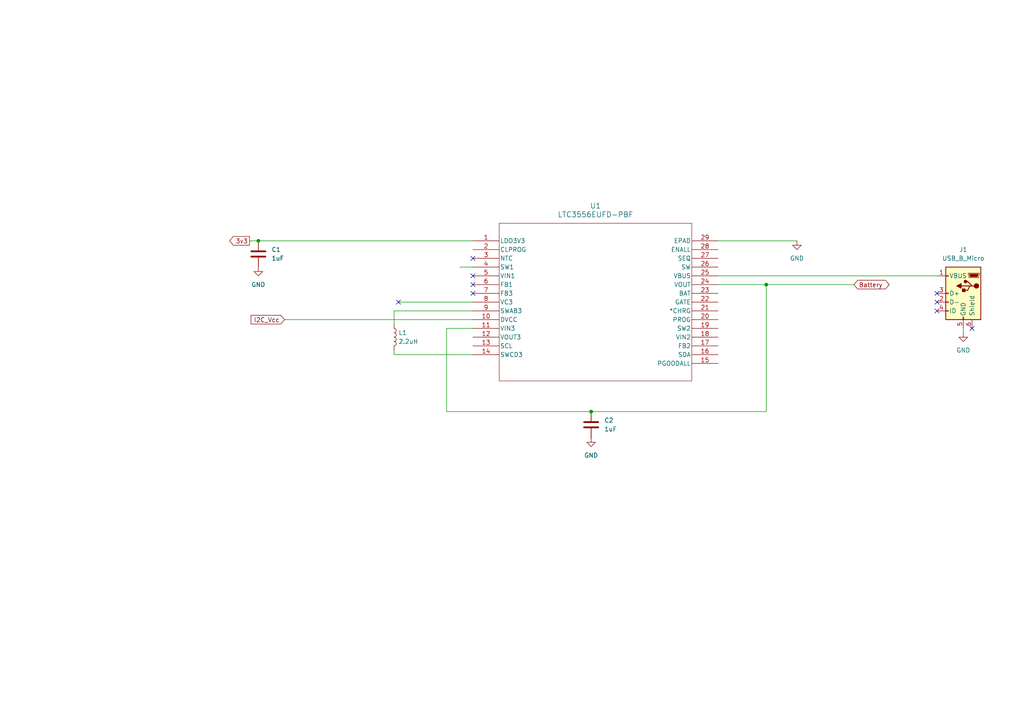
<source format=kicad_sch>
(kicad_sch (version 20231120) (generator "eeschema") (generator_version "8.0")
  (paper "A4")
  (lib_symbols
    (symbol "Connector:USB_B_Micro" (pin_names (offset 1.016))
      (property "Reference" "J" (at -5.08 11.43 0))
      (property "Value" "USB_B_Micro" (at -5.08 8.89 0))
      (symbol "USB_B_Micro_0_1"
        (rectangle (start -5.08 -7.62) (end 5.08 7.62) (stroke (width 0.254)) (fill (type background)))
        (circle (center -3.81 2.159) (radius 0.635) (stroke (width 0.254)) (fill (type outline)))
        (circle (center -0.635 3.429) (radius 0.381) (stroke (width 0.254)) (fill (type outline)))
        (rectangle (start -0.127 -7.62) (end 0.127 -6.858))
        (polyline (pts (xy -1.905 2.159) (xy 0.635 2.159)) (stroke (width 0.254)))
        (polyline (pts (xy -3.175 2.159) (xy -2.54 2.159) (xy -1.27 3.429) (xy -0.635 3.429)) (stroke (width 0.254)))
        (polyline (pts (xy -2.54 2.159) (xy -1.905 2.159) (xy -1.27 0.889) (xy 0 0.889)) (stroke (width 0.254)))
        (polyline (pts (xy 0.635 2.794) (xy 0.635 1.524) (xy 1.905 2.159) (xy 0.635 2.794)) (stroke (width 0.254)) (fill (type outline)))
        (polyline (pts (xy -4.318 5.588) (xy -1.778 5.588) (xy -2.032 4.826) (xy -4.064 4.826) (xy -4.318 5.588)) (fill (type outline)))
        (polyline (pts (xy -4.699 5.842) (xy -4.699 5.588) (xy -4.445 4.826) (xy -4.445 4.572) (xy -1.651 4.572) (xy -1.651 4.826) (xy -1.397 5.588) (xy -1.397 5.842) (xy -4.699 5.842)))
        (rectangle (start 0.254 1.27) (end -0.508 0.508) (stroke (width 0.254)) (fill (type outline)))
        (rectangle (start 5.08 -5.207) (end 4.318 -4.953))
        (rectangle (start 5.08 -2.667) (end 4.318 -2.413))
        (rectangle (start 5.08 -0.127) (end 4.318 0.127))
        (rectangle (start 5.08 4.953) (end 4.318 5.207))
      )
      (symbol "USB_B_Micro_1_1"
        (pin power_out line (at 7.62 5.08 180) (length 2.54) (name "VBUS") (number "1"))
        (pin bidirectional line (at 7.62 -2.54 180) (length 2.54) (name "D-") (number "2"))
        (pin bidirectional line (at 7.62 0 180) (length 2.54) (name "D+") (number "3"))
        (pin passive line (at 7.62 -5.08 180) (length 2.54) (name "ID") (number "4"))
        (pin power_out line (at 0 -10.16 90) (length 2.54) (name "GND") (number "5"))
        (pin passive line (at -2.54 -10.16 90) (length 2.54) (name "Shield") (number "6"))
      )
    )
    (symbol "Device:C" (pin_numbers hide) (pin_names (offset 0.254))
      (property "Reference" "C" (at 0.635 2.54 0))
      (property "Value" "C" (at 0.635 -2.54 0))
      (symbol "C_0_1"
        (polyline (pts (xy -2.032 -0.762) (xy 2.032 -0.762)) (stroke (width 0.508)))
        (polyline (pts (xy -2.032 0.762) (xy 2.032 0.762)) (stroke (width 0.508)))
      )
      (symbol "C_1_1"
        (pin passive line (at 0 3.81 270) (length 2.794) (name "~") (number "1"))
        (pin passive line (at 0 -3.81 90) (length 2.794) (name "~") (number "2"))
      )
    )
    (symbol "Device:L" (pin_numbers hide) (pin_names (offset 1.016) hide)
      (property "Reference" "L" (at -1.27 0 90))
      (property "Value" "L" (at 1.905 0 90))
      (symbol "L_0_1"
        (arc (start 0 -2.54) (mid 0.6323 -1.905) (end 0 -1.27))
        (arc (start 0 -1.27) (mid 0.6323 -0.635) (end 0 0))
        (arc (start 0 0) (mid 0.6323 0.635) (end 0 1.27))
        (arc (start 0 1.27) (mid 0.6323 1.905) (end 0 2.54))
      )
      (symbol "L_1_1"
        (pin passive line (at 0 3.81 270) (length 1.27) (name "1") (number "1"))
        (pin passive line (at 0 -3.81 90) (length 1.27) (name "2") (number "2"))
      )
    )
    (symbol "LTC3556:LTC3556EUFD-PBF" (pin_names (offset 0.254))
      (property "Reference" "U" (at 35.56 10.16 0))
      (property "Value" "LTC3556EUFD-PBF" (at 35.56 7.62 0))
      (symbol "LTC3556EUFD-PBF_0_1"
        (polyline (pts (xy 7.62 -40.64) (xy 63.5 -40.64)) (stroke (width 0.127)))
        (polyline (pts (xy 7.62 5.08) (xy 7.62 -40.64)) (stroke (width 0.127)))
        (polyline (pts (xy 63.5 -40.64) (xy 63.5 5.08)) (stroke (width 0.127)))
        (polyline (pts (xy 63.5 5.08) (xy 7.62 5.08)) (stroke (width 0.127)))
        (pin output line (at 0 0 0) (length 7.62) (name "LDO3V3") (number "1"))
        (pin power_in line (at 0 -22.86 0) (length 7.62) (name "DVCC") (number "10"))
        (pin input line (at 0 -25.4 0) (length 7.62) (name "VIN3") (number "11"))
        (pin output line (at 0 -27.94 0) (length 7.62) (name "VOUT3") (number "12"))
        (pin input line (at 0 -30.48 0) (length 7.62) (name "SCL") (number "13"))
        (pin unspecified line (at 0 -33.02 0) (length 7.62) (name "SWCD3") (number "14"))
        (pin output line (at 71.12 -35.56 180) (length 7.62) (name "PGOODALL") (number "15"))
        (pin input line (at 71.12 -33.02 180) (length 7.62) (name "SDA") (number "16"))
        (pin input line (at 71.12 -30.48 180) (length 7.62) (name "FB2") (number "17"))
        (pin input line (at 71.12 -27.94 180) (length 7.62) (name "VIN2") (number "18"))
        (pin unspecified line (at 71.12 -25.4 180) (length 7.62) (name "SW2") (number "19"))
        (pin unspecified line (at 0 -2.54 0) (length 7.62) (name "CLPROG") (number "2"))
        (pin unspecified line (at 71.12 -22.86 180) (length 7.62) (name "PROG") (number "20"))
        (pin output line (at 71.12 -20.32 180) (length 7.62) (name "*CHRG") (number "21"))
        (pin output line (at 71.12 -17.78 180) (length 7.62) (name "GATE") (number "22"))
        (pin unspecified line (at 71.12 -15.24 180) (length 7.62) (name "BAT") (number "23"))
        (pin output line (at 71.12 -12.7 180) (length 7.62) (name "VOUT") (number "24"))
        (pin input line (at 71.12 -10.16 180) (length 7.62) (name "VBUS") (number "25"))
        (pin unspecified line (at 71.12 -7.62 180) (length 7.62) (name "SW") (number "26"))
        (pin input line (at 71.12 -5.08 180) (length 7.62) (name "SEQ") (number "27"))
        (pin input line (at 71.12 -2.54 180) (length 7.62) (name "ENALL") (number "28"))
        (pin unspecified line (at 71.12 0 180) (length 7.62) (name "EPAD") (number "29"))
        (pin input line (at 0 -5.08 0) (length 7.62) (name "NTC") (number "3"))
        (pin unspecified line (at 0 -7.62 0) (length 7.62) (name "SW1") (number "4"))
        (pin input line (at 0 -10.16 0) (length 7.62) (name "VIN1") (number "5"))
        (pin input line (at 0 -12.7 0) (length 7.62) (name "FB1") (number "6"))
        (pin input line (at 0 -15.24 0) (length 7.62) (name "FB3") (number "7"))
        (pin output line (at 0 -17.78 0) (length 7.62) (name "VC3") (number "8"))
        (pin unspecified line (at 0 -20.32 0) (length 7.62) (name "SWAB3") (number "9"))
      )
    )
    (symbol "power:GND" (power) (pin_numbers hide) (pin_names (offset 0) hide)
      (property "Value" "GND" (at 0 -3.81 0))
      (symbol "GND_0_1"
        (polyline (pts (xy 0 0) (xy 0 -1.27) (xy 1.27 -1.27) (xy 0 -2.54) (xy -1.27 -1.27) (xy 0 -1.27)))
      )
      (symbol "GND_1_1"
        (pin power_in line (at 0 0 270) (length 0) (name "~") (number "1"))
      )
    )
  )
  (junction (at 222.25 82.55))
  (junction (at 171.45 119.38))
  (junction (at 74.93 69.85))
  (no_connect (at 271.78 87.63))
  (no_connect (at 271.78 85.09))
  (no_connect (at 137.16 85.09))
  (no_connect (at 115.57 87.63))
  (no_connect (at 271.78 90.17))
  (no_connect (at 137.16 82.55))
  (no_connect (at 137.16 80.01))
  (no_connect (at 281.94 95.25))
  (no_connect (at 137.16 74.93))
  (wire (pts (xy 222.25 82.55) (xy 247.65 82.55)))
  (wire (pts (xy 82.55 92.71) (xy 137.16 92.71)))
  (wire (pts (xy 208.28 82.55) (xy 222.25 82.55)))
  (wire (pts (xy 74.93 69.85) (xy 137.16 69.85)))
  (wire (pts (xy 114.3 102.87) (xy 137.16 102.87)))
  (wire (pts (xy 222.25 82.55) (xy 222.25 119.38)))
  (wire (pts (xy 72.39 69.85) (xy 74.93 69.85)))
  (wire (pts (xy 129.54 119.38) (xy 171.45 119.38)))
  (wire (pts (xy 137.16 90.17) (xy 114.3 90.17)))
  (wire (pts (xy 279.4 95.25) (xy 279.4 96.52)))
  (wire (pts (xy 208.28 69.85) (xy 231.14 69.85)))
  (wire (pts (xy 115.57 87.63) (xy 137.16 87.63)))
  (wire (pts (xy 137.16 95.25) (xy 129.54 95.25)))
  (wire (pts (xy 129.54 95.25) (xy 129.54 119.38)))
  (wire (pts (xy 114.3 101.6) (xy 114.3 102.87)))
  (wire (pts (xy 208.28 80.01) (xy 271.78 80.01)))
  (wire (pts (xy 114.3 90.17) (xy 114.3 93.98)))
  (wire (pts (xy 171.45 119.38) (xy 222.25 119.38)))
  (wire (pts (xy 137.16 77.47) (xy 133.35 77.47)))
  (global_label "I2C_Vcc" (shape input) (at 82.55 92.71 180) (property "Intersheetrefs" "${INTERSHEET_REFS}" (effects (hide yes))))
  (global_label "Battery" (shape bidirectional) (at 247.65 82.55 0) (property "Intersheetrefs" "${INTERSHEET_REFS}" (effects (hide yes))))
  (global_label "3v3" (shape output) (at 72.39 69.85 180) (property "Intersheetrefs" "${INTERSHEET_REFS}" (effects (hide yes))))
  (symbol (lib_id "power:GND") (at 231.14 69.85 0) (unit 1)
    (property "Reference" "#PWR01" (effects (hide yes)))
    (property "Value" "GND" (at 231.14 74.93 0))
    (property "Description" "Power symbol creates a global label with name \"GND\" , ground" (effects (hide yes)))
  )
  (symbol (lib_id "Device:L") (at 114.3 97.79 0) (unit 1)
    (property "Reference" "L1" (at 115.57 96.5199 0) (effects (justify left)))
    (property "Value" "2.2uH" (at 115.57 99.0599 0) (effects (justify left)))
    (property "Description" "Inductor" (effects (hide yes)))
  )
  (symbol (lib_id "power:GND") (at 74.93 77.47 0) (unit 1)
    (property "Reference" "#PWR03" (effects (hide yes)))
    (property "Value" "GND" (at 74.93 82.55 0))
    (property "Description" "Power symbol creates a global label with name \"GND\" , ground" (effects (hide yes)))
  )
  (symbol (lib_id "Device:C") (at 171.45 123.19 0) (unit 1)
    (property "Reference" "C2" (at 175.26 121.9199 0) (effects (justify left)))
    (property "Value" "1uF" (at 175.26 124.4599 0) (effects (justify left)))
    (property "Description" "Unpolarized capacitor" (effects (hide yes)))
  )
  (symbol (lib_id "LTC3556:LTC3556EUFD-PBF") (at 137.16 69.85 0) (unit 1)
    (property "Reference" "U1" (at 172.72 59.69 0) (effects (font (size 1.524 1.524))))
    (property "Value" "LTC3556EUFD-PBF" (at 172.72 62.23 0) (effects (font (size 1.524 1.524))))
    (property "Footprint" "QFN-28_UFD_LIT" (effects (hide yes)))
    (property "Datasheet" "LTC3556EUFD-PBF" (effects (hide yes)))
  )
  (symbol (lib_id "Connector:USB_B_Micro") (at 279.4 85.09 0) (mirror y) (unit 1)
    (property "Reference" "J1" (at 279.4 72.39 0))
    (property "Value" "USB_B_Micro" (at 279.4 74.93 0))
    (property "Description" "USB Micro Type B connector" (effects (hide yes)))
  )
  (symbol (lib_id "power:GND") (at 171.45 127 0) (unit 1)
    (property "Reference" "#PWR04" (effects (hide yes)))
    (property "Value" "GND" (at 171.45 132.08 0))
    (property "Description" "Power symbol creates a global label with name \"GND\" , ground" (effects (hide yes)))
  )
  (symbol (lib_id "power:GND") (at 279.4 96.52 0) (mirror y) (unit 1)
    (property "Reference" "#PWR02" (effects (hide yes)))
    (property "Value" "GND" (at 279.4 101.6 0))
    (property "Description" "Power symbol creates a global label with name \"GND\" , ground" (effects (hide yes)))
  )
  (symbol (lib_id "Device:C") (at 74.93 73.66 0) (unit 1)
    (property "Reference" "C1" (at 78.74 72.3899 0) (effects (justify left)))
    (property "Value" "1uF" (at 78.74 74.9299 0) (effects (justify left)))
    (property "Description" "Unpolarized capacitor" (effects (hide yes)))
  )
)
</source>
